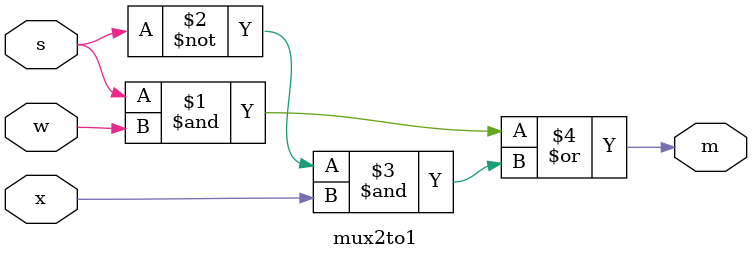
<source format=v>


module mux(LEDR, SW);
    input [9:0] SW;
    output [9:0] LEDR;
    wire c1;
    wire c0;

    mux2to1 u0(
        .x(SW[3]),
        .w(SW[1]),
        .s(SW[9]),
        .m(c1)
        );
    
    mux2to1 u1(
        .x(SW[2]),
        .w(SW[0]),
        .s(SW[9]),
        .m(c0)
        );
    
    mux2to1 u2(
        .x(c1),
        .w(c0),
        .s(SW[8]),
        .m(LEDR[0])
        );
        
endmodule

module mux2to1(x, w, s, m);
    input x; //selected when s1 is 0
    input w; //selected when s1 is 1
    input s; //select signal 1
    output m; //output1 connection
  
    assign m = s & w | ~s & x;

endmodule
    

</source>
